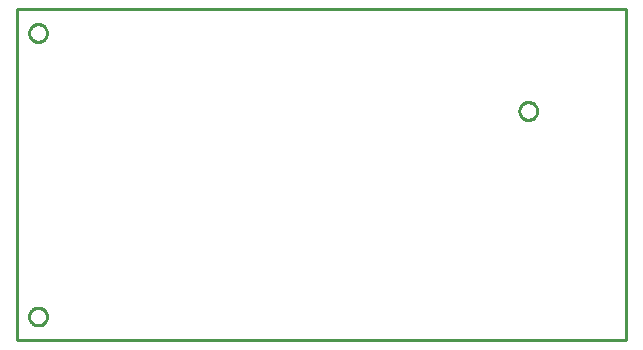
<source format=gbr>
G04 EAGLE Gerber RS-274X export*
G75*
%MOMM*%
%FSLAX34Y34*%
%LPD*%
%IN*%
%IPPOS*%
%AMOC8*
5,1,8,0,0,1.08239X$1,22.5*%
G01*
%ADD10C,0.254000*%


D10*
X12000Y10000D02*
X528000Y10000D01*
X528000Y290000D01*
X12000Y290000D01*
X12000Y10000D01*
X452500Y203632D02*
X452428Y202898D01*
X452284Y202175D01*
X452070Y201470D01*
X451788Y200789D01*
X451441Y200140D01*
X451031Y199527D01*
X450564Y198957D01*
X450043Y198436D01*
X449473Y197969D01*
X448860Y197559D01*
X448211Y197212D01*
X447530Y196930D01*
X446825Y196716D01*
X446102Y196572D01*
X445368Y196500D01*
X444632Y196500D01*
X443898Y196572D01*
X443175Y196716D01*
X442470Y196930D01*
X441789Y197212D01*
X441140Y197559D01*
X440527Y197969D01*
X439957Y198436D01*
X439436Y198957D01*
X438969Y199527D01*
X438559Y200140D01*
X438212Y200789D01*
X437930Y201470D01*
X437716Y202175D01*
X437572Y202898D01*
X437500Y203632D01*
X437500Y204368D01*
X437572Y205102D01*
X437716Y205825D01*
X437930Y206530D01*
X438212Y207211D01*
X438559Y207860D01*
X438969Y208473D01*
X439436Y209043D01*
X439957Y209564D01*
X440527Y210031D01*
X441140Y210441D01*
X441789Y210788D01*
X442470Y211070D01*
X443175Y211284D01*
X443898Y211428D01*
X444632Y211500D01*
X445368Y211500D01*
X446102Y211428D01*
X446825Y211284D01*
X447530Y211070D01*
X448211Y210788D01*
X448860Y210441D01*
X449473Y210031D01*
X450043Y209564D01*
X450564Y209043D01*
X451031Y208473D01*
X451441Y207860D01*
X451788Y207211D01*
X452070Y206530D01*
X452284Y205825D01*
X452428Y205102D01*
X452500Y204368D01*
X452500Y203632D01*
X37500Y269632D02*
X37428Y268898D01*
X37284Y268175D01*
X37070Y267470D01*
X36788Y266789D01*
X36441Y266140D01*
X36031Y265527D01*
X35564Y264957D01*
X35043Y264436D01*
X34473Y263969D01*
X33860Y263559D01*
X33211Y263212D01*
X32530Y262930D01*
X31825Y262716D01*
X31102Y262572D01*
X30368Y262500D01*
X29632Y262500D01*
X28898Y262572D01*
X28175Y262716D01*
X27470Y262930D01*
X26789Y263212D01*
X26140Y263559D01*
X25527Y263969D01*
X24957Y264436D01*
X24436Y264957D01*
X23969Y265527D01*
X23559Y266140D01*
X23212Y266789D01*
X22930Y267470D01*
X22716Y268175D01*
X22572Y268898D01*
X22500Y269632D01*
X22500Y270368D01*
X22572Y271102D01*
X22716Y271825D01*
X22930Y272530D01*
X23212Y273211D01*
X23559Y273860D01*
X23969Y274473D01*
X24436Y275043D01*
X24957Y275564D01*
X25527Y276031D01*
X26140Y276441D01*
X26789Y276788D01*
X27470Y277070D01*
X28175Y277284D01*
X28898Y277428D01*
X29632Y277500D01*
X30368Y277500D01*
X31102Y277428D01*
X31825Y277284D01*
X32530Y277070D01*
X33211Y276788D01*
X33860Y276441D01*
X34473Y276031D01*
X35043Y275564D01*
X35564Y275043D01*
X36031Y274473D01*
X36441Y273860D01*
X36788Y273211D01*
X37070Y272530D01*
X37284Y271825D01*
X37428Y271102D01*
X37500Y270368D01*
X37500Y269632D01*
X37500Y29632D02*
X37428Y28898D01*
X37284Y28175D01*
X37070Y27470D01*
X36788Y26789D01*
X36441Y26140D01*
X36031Y25527D01*
X35564Y24957D01*
X35043Y24436D01*
X34473Y23969D01*
X33860Y23559D01*
X33211Y23212D01*
X32530Y22930D01*
X31825Y22716D01*
X31102Y22572D01*
X30368Y22500D01*
X29632Y22500D01*
X28898Y22572D01*
X28175Y22716D01*
X27470Y22930D01*
X26789Y23212D01*
X26140Y23559D01*
X25527Y23969D01*
X24957Y24436D01*
X24436Y24957D01*
X23969Y25527D01*
X23559Y26140D01*
X23212Y26789D01*
X22930Y27470D01*
X22716Y28175D01*
X22572Y28898D01*
X22500Y29632D01*
X22500Y30368D01*
X22572Y31102D01*
X22716Y31825D01*
X22930Y32530D01*
X23212Y33211D01*
X23559Y33860D01*
X23969Y34473D01*
X24436Y35043D01*
X24957Y35564D01*
X25527Y36031D01*
X26140Y36441D01*
X26789Y36788D01*
X27470Y37070D01*
X28175Y37284D01*
X28898Y37428D01*
X29632Y37500D01*
X30368Y37500D01*
X31102Y37428D01*
X31825Y37284D01*
X32530Y37070D01*
X33211Y36788D01*
X33860Y36441D01*
X34473Y36031D01*
X35043Y35564D01*
X35564Y35043D01*
X36031Y34473D01*
X36441Y33860D01*
X36788Y33211D01*
X37070Y32530D01*
X37284Y31825D01*
X37428Y31102D01*
X37500Y30368D01*
X37500Y29632D01*
M02*

</source>
